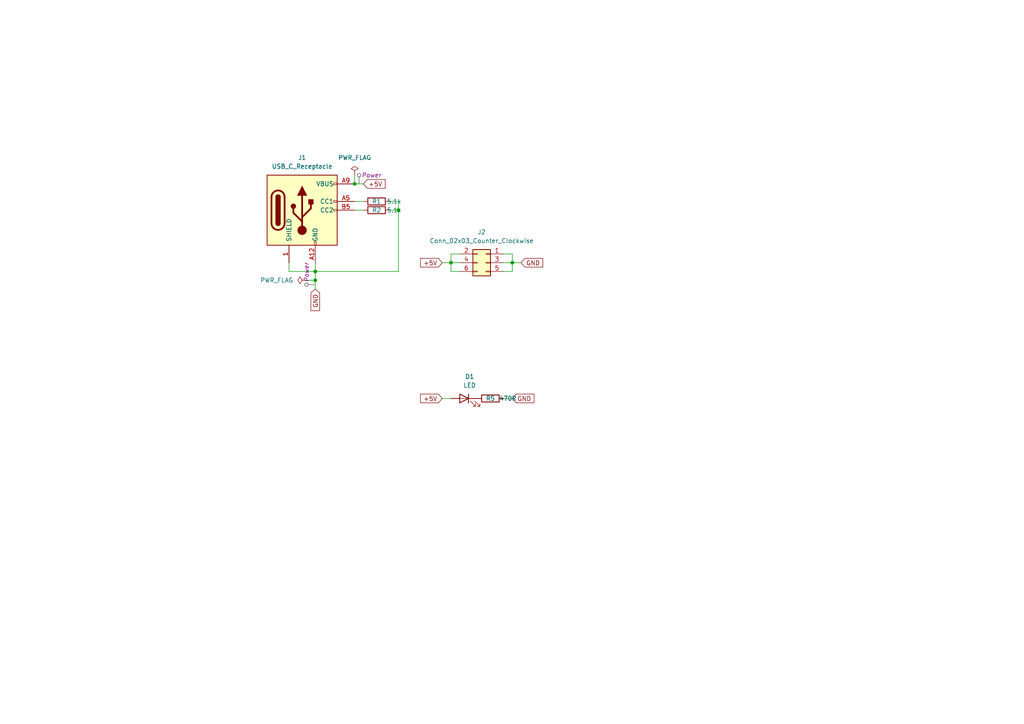
<source format=kicad_sch>
(kicad_sch (version 20230121) (generator eeschema)
  (paper "A4")
  (lib_symbols
    (symbol "Connector_Generic:Conn_02x03_Odd_Even" (pin_names (offset 1.016) hide)
      (property "Reference" "J" (at 1.27 5.08 0))
      (property "Value" "Conn_02x03_Odd_Even" (at 1.27 -5.08 0))
      (symbol "Conn_02x03_Odd_Even_1_1"
        (rectangle (start -1.27 -2.413) (end 0 -2.667) (stroke (width 0.1524)))
        (rectangle (start -1.27 0.127) (end 0 -0.127) (stroke (width 0.1524)))
        (rectangle (start -1.27 2.667) (end 0 2.413) (stroke (width 0.1524)))
        (rectangle (start -1.27 3.81) (end 3.81 -3.81) (stroke (width 0.254)) (fill (type background)))
        (rectangle (start 3.81 -2.413) (end 2.54 -2.667) (stroke (width 0.1524)))
        (rectangle (start 3.81 0.127) (end 2.54 -0.127) (stroke (width 0.1524)))
        (rectangle (start 3.81 2.667) (end 2.54 2.413) (stroke (width 0.1524)))
        (pin passive line (at -5.08 2.54 0) (length 3.81) (name "Pin_1") (number "1"))
        (pin passive line (at 7.62 2.54 180) (length 3.81) (name "Pin_2") (number "2"))
        (pin passive line (at -5.08 0 0) (length 3.81) (name "Pin_3") (number "3"))
        (pin passive line (at 7.62 0 180) (length 3.81) (name "Pin_4") (number "4"))
        (pin passive line (at -5.08 -2.54 0) (length 3.81) (name "Pin_5") (number "5"))
        (pin passive line (at 7.62 -2.54 180) (length 3.81) (name "Pin_6") (number "6"))
      )
    )
    (symbol "Cutom:USB_C_Receptacle_power_only" (pin_names (offset 1.016))
      (property "Reference" "J1" (at 0 33.02 0))
      (property "Value" "USB_C_Receptacle" (at 0 30.48 0))
      (symbol "USB_C_Receptacle_power_only_0_0"
        (rectangle (start 3.556 7.62) (end 4.064 8.636))
        (rectangle (start 10.16 18.034) (end 9.144 17.526))
        (rectangle (start 10.16 20.574) (end 9.144 20.066))
        (rectangle (start 10.16 25.654) (end 9.144 25.146))
      )
      (symbol "USB_C_Receptacle_power_only_0_1"
        (rectangle (start -10.16 27.94) (end 10.16 7.62) (stroke (width 0.254)) (fill (type background)))
        (arc (start -8.89 13.97) (mid -6.985 12.0733) (end -5.08 13.97) (stroke (width 0.508)))
        (arc (start -7.62 13.97) (mid -6.985 13.3377) (end -6.35 13.97) (stroke (width 0.254)))
        (arc (start -7.62 13.97) (mid -6.985 13.3377) (end -6.35 13.97) (stroke (width 0.254)) (fill (type outline)))
        (rectangle (start -7.62 13.97) (end -6.35 21.59) (stroke (width 0.254)) (fill (type outline)))
        (arc (start -6.35 21.59) (mid -6.985 22.2223) (end -7.62 21.59) (stroke (width 0.254)))
        (arc (start -6.35 21.59) (mid -6.985 22.2223) (end -7.62 21.59) (stroke (width 0.254)) (fill (type outline)))
        (arc (start -5.08 21.59) (mid -6.985 23.4867) (end -8.89 21.59) (stroke (width 0.508)))
        (polyline (pts (xy -8.89 13.97) (xy -8.89 21.59)) (stroke (width 0.508)))
        (polyline (pts (xy -5.08 21.59) (xy -5.08 13.97)) (stroke (width 0.508)))
      )
      (symbol "USB_C_Receptacle_power_only_1_1"
        (circle (center -2.54 18.923) (radius 0.635) (stroke (width 0.254)) (fill (type outline)))
        (polyline (pts (xy 0 11.938) (xy 0 22.098)) (stroke (width 0.508)))
        (polyline (pts (xy 0 14.478) (xy -2.54 17.018) (xy -2.54 18.288)) (stroke (width 0.508)))
        (polyline (pts (xy 0 15.748) (xy 2.54 18.288) (xy 2.54 19.558)) (stroke (width 0.508)))
        (polyline (pts (xy -1.27 22.098) (xy 0 24.638) (xy 1.27 22.098) (xy -1.27 22.098)) (stroke (width 0.254)) (fill (type outline)))
        (circle (center 0 11.938) (radius 1.27) (fill (type outline)))
        (rectangle (start 1.905 19.558) (end 3.175 20.828) (stroke (width 0.254)) (fill (type outline)))
        (pin passive line (at -3.81 2.54 90) (length 5.08) (name "SHIELD") (number "1"))
        (pin passive line (at 3.81 2.54 90) (length 5.08) (name "GND") (number "A12"))
        (pin bidirectional line (at 15.24 20.32 180) (length 5.08) (name "CC1") (number "A5"))
        (pin passive line (at 15.24 25.4 180) (length 5.08) (name "VBUS") (number "A9"))
        (pin passive line (at 3.81 2.54 90) (length 5.08) hide (name "GND") (number "B12"))
        (pin bidirectional line (at 15.24 17.78 180) (length 5.08) (name "CC2") (number "B5"))
        (pin passive line (at 15.24 25.4 180) (length 5.08) hide (name "VBUS") (number "B9"))
      )
    )
    (symbol "Device:LED" (pin_numbers hide) (pin_names (offset 1.016) hide)
      (property "Reference" "D" (at 0 2.54 0))
      (property "Value" "LED" (at 0 -2.54 0))
      (symbol "LED_0_1"
        (polyline (pts (xy -1.27 -1.27) (xy -1.27 1.27)) (stroke (width 0.254)))
        (polyline (pts (xy -1.27 0) (xy 1.27 0)))
        (polyline (pts (xy 1.27 -1.27) (xy 1.27 1.27) (xy -1.27 0) (xy 1.27 -1.27)) (stroke (width 0.254)))
        (polyline (pts (xy -3.048 -0.762) (xy -4.572 -2.286) (xy -3.81 -2.286) (xy -4.572 -2.286) (xy -4.572 -1.524)))
        (polyline (pts (xy -1.778 -0.762) (xy -3.302 -2.286) (xy -2.54 -2.286) (xy -3.302 -2.286) (xy -3.302 -1.524)))
      )
      (symbol "LED_1_1"
        (pin passive line (at -3.81 0 0) (length 2.54) (name "K") (number "1"))
        (pin passive line (at 3.81 0 180) (length 2.54) (name "A") (number "2"))
      )
    )
    (symbol "Device:R" (pin_numbers hide) (pin_names (offset 0))
      (property "Reference" "R" (at 2.032 0 90))
      (property "Value" "R" (at 0 0 90))
      (symbol "R_0_1"
        (rectangle (start -1.016 -2.54) (end 1.016 2.54) (stroke (width 0.254)))
      )
      (symbol "R_1_1"
        (pin passive line (at 0 3.81 270) (length 1.27) (name "~") (number "1"))
        (pin passive line (at 0 -3.81 90) (length 1.27) (name "~") (number "2"))
      )
    )
    (symbol "power:PWR_FLAG" (power) (pin_numbers hide) (pin_names (offset 0) hide)
      (property "Value" "PWR_FLAG" (at 0 3.81 0))
      (symbol "PWR_FLAG_0_0"
        (pin power_out line (at 0 0 90) (length 0) (name "pwr") (number "1"))
      )
      (symbol "PWR_FLAG_0_1"
        (polyline (pts (xy 0 0) (xy 0 1.27) (xy -1.016 1.905) (xy 0 2.54) (xy 1.016 1.905) (xy 0 1.27)))
      )
    )
  )
  (junction (at 91.44 81.28))
  (junction (at 130.81 76.2))
  (junction (at 115.57 60.96))
  (junction (at 148.59 76.2))
  (junction (at 102.87 53.34))
  (junction (at 91.44 78.74))
  (wire (pts (xy 115.57 78.74) (xy 91.44 78.74)))
  (wire (pts (xy 91.44 83.82) (xy 91.44 81.28)))
  (wire (pts (xy 105.41 60.96) (xy 102.87 60.96)))
  (wire (pts (xy 148.59 115.57) (xy 146.05 115.57)))
  (wire (pts (xy 115.57 58.42) (xy 113.03 58.42)))
  (wire (pts (xy 88.9 81.28) (xy 91.44 81.28)))
  (wire (pts (xy 83.82 78.74) (xy 91.44 78.74)))
  (wire (pts (xy 91.44 76.2) (xy 91.44 78.74)))
  (wire (pts (xy 148.59 78.74) (xy 146.05 78.74)))
  (wire (pts (xy 128.27 76.2) (xy 130.81 76.2)))
  (wire (pts (xy 130.81 73.66) (xy 133.35 73.66)))
  (wire (pts (xy 128.27 115.57) (xy 130.81 115.57)))
  (wire (pts (xy 146.05 73.66) (xy 148.59 73.66)))
  (wire (pts (xy 148.59 73.66) (xy 148.59 76.2)))
  (wire (pts (xy 115.57 58.42) (xy 115.57 60.96)))
  (wire (pts (xy 148.59 76.2) (xy 148.59 78.74)))
  (wire (pts (xy 115.57 60.96) (xy 113.03 60.96)))
  (wire (pts (xy 151.13 76.2) (xy 148.59 76.2)))
  (wire (pts (xy 148.59 76.2) (xy 146.05 76.2)))
  (wire (pts (xy 130.81 73.66) (xy 130.81 76.2)))
  (wire (pts (xy 83.82 76.2) (xy 83.82 78.74)))
  (wire (pts (xy 130.81 78.74) (xy 133.35 78.74)))
  (wire (pts (xy 102.87 53.34) (xy 105.41 53.34)))
  (wire (pts (xy 115.57 60.96) (xy 115.57 78.74)))
  (wire (pts (xy 130.81 76.2) (xy 133.35 76.2)))
  (wire (pts (xy 130.81 76.2) (xy 130.81 78.74)))
  (wire (pts (xy 102.87 50.8) (xy 102.87 53.34)))
  (wire (pts (xy 91.44 78.74) (xy 91.44 81.28)))
  (wire (pts (xy 105.41 58.42) (xy 102.87 58.42)))
  (global_label "GND" (shape input) (at 148.59 115.57 0) (property "Intersheetrefs" "${INTERSHEET_REFS}" (effects hide)))
  (global_label "GND" (shape input) (at 151.13 76.2 0) (property "Intersheetrefs" "${INTERSHEET_REFS}" (effects hide)))
  (global_label "GND" (shape input) (at 91.44 83.82 270) (property "Intersheetrefs" "${INTERSHEET_REFS}" (effects hide)))
  (global_label "+5V" (shape input) (at 128.27 76.2 180) (property "Intersheetrefs" "${INTERSHEET_REFS}" (effects hide)))
  (global_label "+5V" (shape input) (at 105.41 53.34 0) (property "Intersheetrefs" "${INTERSHEET_REFS}" (effects hide)))
  (global_label "+5V" (shape input) (at 128.27 115.57 180) (property "Intersheetrefs" "${INTERSHEET_REFS}" (effects hide)))
  (netclass_flag "" (length 2.54) (shape round) (at 91.44 82.55 90) (property "Netclass" "Power" (at 88.9 81.8515 90) (effects (font italic) (justify left))))
  (netclass_flag "" (length 2.54) (shape round) (at 104.14 53.34 0) (property "Netclass" "Power" (at 104.8385 50.8 0) (effects (font italic) (justify left))))
  (symbol (lib_id "Device:R") (at 109.22 60.96 90) (unit 1)
    (property "Reference" "R2" (at 109.22 60.96 90))
    (property "Value" "5.1k" (at 114.3 60.96 90))
    (property "Footprint" "Resistor_SMD:R_0805_2012Metric_Pad1.20x1.40mm_HandSolder" (effects hide))
  )
  (symbol (lib_id "Device:R") (at 142.24 115.57 90) (unit 1)
    (property "Reference" "R5" (at 142.24 115.57 90))
    (property "Value" "470R" (at 147.32 115.57 90))
    (property "Footprint" "Resistor_SMD:R_0805_2012Metric_Pad1.20x1.40mm_HandSolder" (effects hide))
  )
  (symbol (lib_id "Cutom:USB_C_Receptacle_power_only") (at 87.63 78.74 0) (unit 1)
    (property "Reference" "J1" (at 87.63 45.72 0))
    (property "Value" "USB_C_Receptacle" (at 87.63 48.26 0))
    (property "Footprint" "USB-C-Power-tester:TYPE-C-31-M-17_handsolder" (effects hide))
    (property "Datasheet" "https://www.usb.org/sites/default/files/documents/usb_type-c.zip" (effects hide))
  )
  (symbol (lib_id "Device:R") (at 109.22 58.42 90) (unit 1)
    (property "Reference" "R1" (at 109.22 58.42 90))
    (property "Value" "5.1k" (at 114.3 58.42 90))
    (property "Footprint" "Resistor_SMD:R_0805_2012Metric_Pad1.20x1.40mm_HandSolder" (effects hide))
  )
  (symbol (lib_id "power:PWR_FLAG") (at 102.87 50.8 0) (unit 1)
    (property "Reference" "#FLG01" (effects hide))
    (property "Value" "PWR_FLAG" (at 102.87 45.72 0))
  )
  (symbol (lib_id "power:PWR_FLAG") (at 88.9 81.28 90) (unit 1)
    (property "Reference" "#FLG02" (effects hide))
    (property "Value" "PWR_FLAG" (at 85.09 81.28 90) (effects (justify left)))
  )
  (symbol (lib_id "Connector_Generic:Conn_02x03_Odd_Even") (at 140.97 76.2 0) (mirror y) (unit 1)
    (property "Reference" "J2" (at 139.7 67.31 0))
    (property "Value" "Conn_02x03_Counter_Clockwise" (at 139.7 69.85 0))
    (property "Footprint" "Connector_PinHeader_2.54mm:PinHeader_2x03_P2.54mm_Vertical_SMD" (effects hide))
  )
  (symbol (lib_id "Device:LED") (at 134.62 115.57 0) (mirror y) (unit 1)
    (property "Reference" "D1" (at 136.2075 109.22 0))
    (property "Value" "LED" (at 136.2075 111.76 0))
    (property "Footprint" "LED_SMD:LED_0805_2012Metric_Pad1.15x1.40mm_HandSolder" (effects hide))
  )
)
</source>
